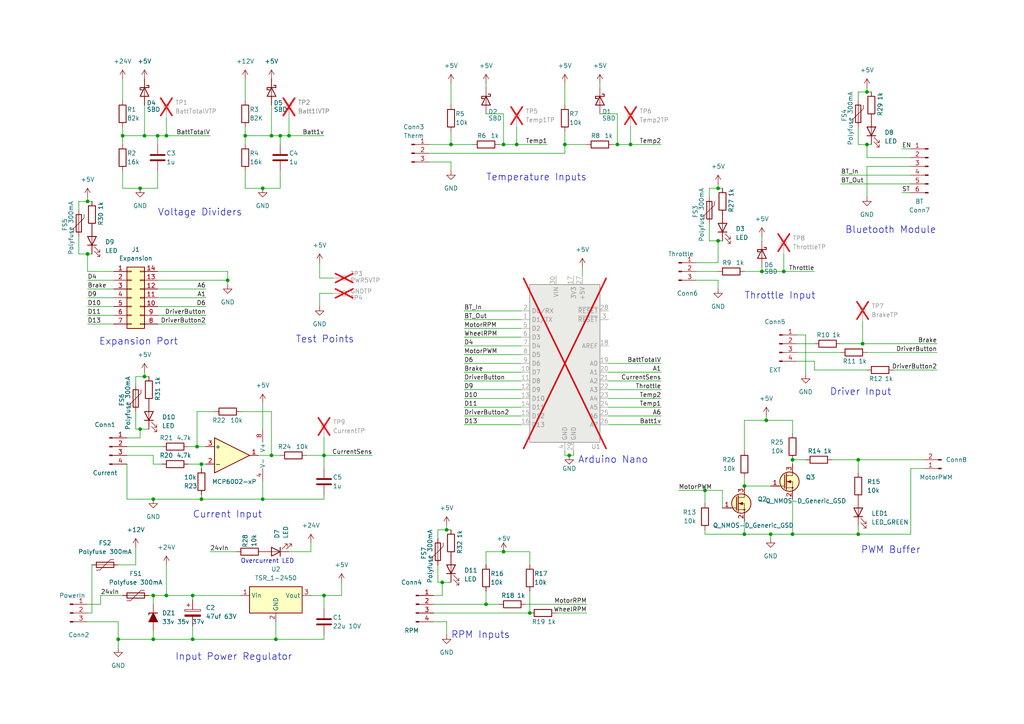
<source format=kicad_sch>
(kicad_sch (version 20231120) (generator "eeschema") (generator_version "8.0")
  (paper "A4")
  (title_block (title "eChook Nano") (date "2022-01-08") (rev "1.3.1") (company "eChook") (comment 1 "Conversion to KiCad from Designspark"))
  (junction (at 25.4 58.42))
  (junction (at 44.45 185.42))
  (junction (at 248.92 133.35))
  (junction (at 58.42 144.78))
  (junction (at 55.88 185.42))
  (junction (at 41.91 109.22))
  (junction (at 25.4 73.66))
  (junction (at 129.54 153.67))
  (junction (at 40.64 124.46))
  (junction (at 93.98 132.08))
  (junction (at 182.88 41.91))
  (junction (at 153.67 177.8))
  (junction (at 208.28 69.85))
  (junction (at 78.74 132.08))
  (junction (at 78.74 39.37))
  (junction (at 215.9 140.97))
  (junction (at 248.92 154.94))
  (junction (at 76.2 54.61))
  (junction (at 93.98 172.72))
  (junction (at 229.87 154.94))
  (junction (at 179.07 41.91))
  (junction (at 128.27 168.91))
  (junction (at 57.15 129.54))
  (junction (at 223.52 154.94))
  (junction (at 80.01 185.42))
  (junction (at 45.72 39.37))
  (junction (at 35.56 39.37))
  (junction (at 40.64 54.61))
  (junction (at 44.45 144.78))
  (junction (at 229.87 133.35))
  (junction (at 66.04 81.28))
  (junction (at 227.33 78.74))
  (junction (at 48.26 172.72))
  (junction (at 146.05 41.91))
  (junction (at 250.19 99.695))
  (junction (at 149.86 41.91))
  (junction (at 222.25 121.92))
  (junction (at 251.46 41.91))
  (junction (at 146.05 160.02))
  (junction (at 163.83 41.91))
  (junction (at 208.28 54.61))
  (junction (at 130.81 41.91))
  (junction (at 83.82 39.37))
  (junction (at 220.98 78.74))
  (junction (at 41.91 39.37))
  (junction (at 204.47 142.24))
  (junction (at 215.9 154.94))
  (junction (at 81.28 39.37))
  (junction (at 58.42 134.62))
  (junction (at 48.26 39.37))
  (junction (at 44.45 172.72))
  (junction (at 165.1 132.08))
  (junction (at 140.97 175.26))
  (junction (at 34.29 185.42))
  (junction (at 76.2 144.78))
  (junction (at 55.88 172.72))
  (junction (at 71.12 39.37))
  (junction (at 251.46 26.67))
  (wire (pts (xy 25.4 86.36) (xy 33.02 86.36)))
  (wire (pts (xy 76.2 139.7) (xy 76.2 144.78)))
  (wire (pts (xy 208.28 53.34) (xy 208.28 54.61)))
  (wire (pts (xy 43.18 172.72) (xy 44.45 172.72)))
  (wire (pts (xy 45.72 49.53) (xy 45.72 54.61)))
  (wire (pts (xy 208.28 69.85) (xy 209.55 69.85)))
  (wire (pts (xy 251.46 26.67) (xy 252.73 26.67)))
  (wire (pts (xy 93.98 144.78) (xy 76.2 144.78)))
  (wire (pts (xy 25.4 88.9) (xy 33.02 88.9)))
  (wire (pts (xy 83.82 39.37) (xy 93.98 39.37)))
  (wire (pts (xy 166.37 130.81) (xy 166.37 132.08)))
  (wire (pts (xy 39.37 111.76) (xy 39.37 109.22)))
  (wire (pts (xy 204.47 142.24) (xy 204.47 146.05)))
  (wire (pts (xy 208.28 81.28) (xy 208.28 83.82)))
  (wire (pts (xy 215.9 78.74) (xy 220.98 78.74)))
  (wire (pts (xy 45.72 78.74) (xy 66.04 78.74)))
  (wire (pts (xy 99.06 168.91) (xy 99.06 172.72)))
  (wire (pts (xy 233.68 97.155) (xy 233.68 108.585)))
  (wire (pts (xy 25.4 73.66) (xy 26.67 73.66)))
  (wire (pts (xy 76.2 124.46) (xy 76.2 116.84)))
  (wire (pts (xy 55.88 185.42) (xy 80.01 185.42)))
  (wire (pts (xy 229.87 121.92) (xy 222.25 121.92)))
  (wire (pts (xy 204.47 154.94) (xy 215.9 154.94)))
  (wire (pts (xy 39.37 124.46) (xy 40.64 124.46)))
  (wire (pts (xy 130.81 41.91) (xy 137.16 41.91)))
  (wire (pts (xy 134.62 105.41) (xy 151.13 105.41)))
  (wire (pts (xy 176.53 115.57) (xy 191.77 115.57)))
  (wire (pts (xy 39.37 119.38) (xy 39.37 124.46)))
  (wire (pts (xy 251.46 102.235) (xy 271.78 102.235)))
  (wire (pts (xy 25.4 83.82) (xy 33.02 83.82)))
  (wire (pts (xy 40.64 124.46) (xy 40.64 127)))
  (wire (pts (xy 248.92 41.91) (xy 251.46 41.91)))
  (wire (pts (xy 251.46 25.4) (xy 251.46 26.67)))
  (wire (pts (xy 45.72 54.61) (xy 40.64 54.61)))
  (wire (pts (xy 58.42 134.62) (xy 59.69 134.62)))
  (wire (pts (xy 134.62 120.65) (xy 151.13 120.65)))
  (wire (pts (xy 215.9 151.13) (xy 215.9 154.94)))
  (wire (pts (xy 35.56 49.53) (xy 35.56 54.61)))
  (wire (pts (xy 25.4 93.98) (xy 33.02 93.98)))
  (wire (pts (xy 144.78 41.91) (xy 146.05 41.91)))
  (wire (pts (xy 93.98 172.72) (xy 93.98 176.53)))
  (wire (pts (xy 241.3 133.35) (xy 248.92 133.35)))
  (wire (pts (xy 179.07 41.91) (xy 182.88 41.91)))
  (wire (pts (xy 220.98 68.58) (xy 220.98 69.85)))
  (wire (pts (xy 44.45 185.42) (xy 55.88 185.42)))
  (wire (pts (xy 54.61 134.62) (xy 58.42 134.62)))
  (wire (pts (xy 231.14 102.235) (xy 243.84 102.235)))
  (wire (pts (xy 177.8 41.91) (xy 179.07 41.91)))
  (wire (pts (xy 163.83 44.45) (xy 163.83 41.91)))
  (wire (pts (xy 229.87 125.73) (xy 229.87 121.92)))
  (wire (pts (xy 25.4 78.74) (xy 25.4 73.66)))
  (wire (pts (xy 215.9 140.97) (xy 223.52 140.97)))
  (wire (pts (xy 25.4 81.28) (xy 33.02 81.28)))
  (wire (pts (xy 71.12 39.37) (xy 78.74 39.37)))
  (wire (pts (xy 29.21 172.72) (xy 29.21 175.26)))
  (wire (pts (xy 248.92 152.4) (xy 248.92 154.94)))
  (wire (pts (xy 71.12 39.37) (xy 71.12 41.91)))
  (wire (pts (xy 176.53 105.41) (xy 191.77 105.41)))
  (wire (pts (xy 45.72 83.82) (xy 59.69 83.82)))
  (wire (pts (xy 264.16 135.89) (xy 264.16 154.94)))
  (wire (pts (xy 251.46 48.26) (xy 251.46 57.15)))
  (wire (pts (xy 134.62 118.11) (xy 151.13 118.11)))
  (wire (pts (xy 248.92 133.35) (xy 248.92 137.16)))
  (wire (pts (xy 231.14 99.695) (xy 236.22 99.695)))
  (wire (pts (xy 93.98 143.51) (xy 93.98 144.78)))
  (wire (pts (xy 78.74 39.37) (xy 81.28 39.37)))
  (wire (pts (xy 125.73 180.34) (xy 129.54 180.34)))
  (wire (pts (xy 55.88 172.72) (xy 55.88 173.99)))
  (wire (pts (xy 44.45 144.78) (xy 36.83 144.78)))
  (wire (pts (xy 57.15 119.38) (xy 57.15 129.54)))
  (wire (pts (xy 34.29 163.83) (xy 39.37 163.83)))
  (wire (pts (xy 208.28 69.85) (xy 208.28 76.2)))
  (wire (pts (xy 93.98 127) (xy 93.98 132.08)))
  (wire (pts (xy 45.72 91.44) (xy 59.69 91.44)))
  (wire (pts (xy 93.98 185.42) (xy 80.01 185.42)))
  (wire (pts (xy 176.53 113.03) (xy 191.77 113.03)))
  (wire (pts (xy 128.27 168.91) (xy 130.81 168.91)))
  (wire (pts (xy 140.97 24.13) (xy 140.97 25.4)))
  (wire (pts (xy 22.86 58.42) (xy 25.4 58.42)))
  (wire (pts (xy 45.72 81.28) (xy 66.04 81.28)))
  (wire (pts (xy 34.29 180.34) (xy 34.29 185.42)))
  (wire (pts (xy 62.23 119.38) (xy 57.15 119.38)))
  (wire (pts (xy 48.26 34.29) (xy 48.26 39.37)))
  (wire (pts (xy 130.81 24.13) (xy 130.81 30.48)))
  (wire (pts (xy 149.86 36.83) (xy 149.86 41.91)))
  (wire (pts (xy 128.27 172.72) (xy 125.73 172.72)))
  (wire (pts (xy 220.98 77.47) (xy 220.98 78.74)))
  (wire (pts (xy 41.91 107.95) (xy 41.91 109.22)))
  (wire (pts (xy 41.91 109.22) (xy 43.18 109.22)))
  (wire (pts (xy 76.2 54.61) (xy 81.28 54.61)))
  (wire (pts (xy 35.56 54.61) (xy 40.64 54.61)))
  (wire (pts (xy 44.45 134.62) (xy 44.45 132.08)))
  (wire (pts (xy 152.4 175.26) (xy 170.18 175.26)))
  (wire (pts (xy 134.62 113.03) (xy 151.13 113.03)))
  (wire (pts (xy 227.33 73.66) (xy 227.33 78.74)))
  (wire (pts (xy 176.53 120.65) (xy 191.77 120.65)))
  (wire (pts (xy 57.15 129.54) (xy 59.69 129.54)))
  (wire (pts (xy 134.62 92.71) (xy 151.13 92.71)))
  (wire (pts (xy 130.81 41.91) (xy 130.81 38.1)))
  (wire (pts (xy 45.72 39.37) (xy 48.26 39.37)))
  (wire (pts (xy 201.93 81.28) (xy 208.28 81.28)))
  (wire (pts (xy 78.74 132.08) (xy 81.28 132.08)))
  (wire (pts (xy 78.74 30.48) (xy 78.74 39.37)))
  (wire (pts (xy 153.67 163.83) (xy 153.67 160.02)))
  (wire (pts (xy 222.25 120.65) (xy 222.25 121.92)))
  (wire (pts (xy 229.87 133.35) (xy 233.68 133.35)))
  (wire (pts (xy 127 156.21) (xy 127 153.67)))
  (wire (pts (xy 146.05 160.02) (xy 140.97 160.02)))
  (wire (pts (xy 93.98 132.08) (xy 107.95 132.08)))
  (wire (pts (xy 45.72 88.9) (xy 59.69 88.9)))
  (wire (pts (xy 54.61 129.54) (xy 57.15 129.54)))
  (wire (pts (xy 259.08 107.315) (xy 271.78 107.315)))
  (wire (pts (xy 26.67 177.8) (xy 26.67 163.83)))
  (wire (pts (xy 124.46 44.45) (xy 163.83 44.45)))
  (wire (pts (xy 134.62 95.25) (xy 151.13 95.25)))
  (wire (pts (xy 223.52 154.94) (xy 223.52 156.21)))
  (wire (pts (xy 35.56 22.86) (xy 35.56 29.21)))
  (wire (pts (xy 248.92 154.94) (xy 229.87 154.94)))
  (wire (pts (xy 92.71 85.09) (xy 96.52 85.09)))
  (wire (pts (xy 134.62 107.95) (xy 151.13 107.95)))
  (wire (pts (xy 58.42 144.78) (xy 44.45 144.78)))
  (wire (pts (xy 45.72 93.98) (xy 59.69 93.98)))
  (wire (pts (xy 33.02 78.74) (xy 25.4 78.74)))
  (wire (pts (xy 163.83 41.91) (xy 163.83 38.1)))
  (wire (pts (xy 41.91 39.37) (xy 35.56 39.37)))
  (wire (pts (xy 83.82 160.02) (xy 90.17 160.02)))
  (wire (pts (xy 140.97 33.02) (xy 146.05 33.02)))
  (wire (pts (xy 264.16 43.18) (xy 261.62 43.18)))
  (wire (pts (xy 173.99 24.13) (xy 173.99 25.4)))
  (wire (pts (xy 36.83 144.78) (xy 36.83 134.62)))
  (wire (pts (xy 264.16 53.34) (xy 243.84 53.34)))
  (wire (pts (xy 201.93 78.74) (xy 208.28 78.74)))
  (wire (pts (xy 127 168.91) (xy 128.27 168.91)))
  (wire (pts (xy 248.92 154.94) (xy 264.16 154.94)))
  (wire (pts (xy 134.62 97.79) (xy 151.13 97.79)))
  (wire (pts (xy 125.73 175.26) (xy 140.97 175.26)))
  (wire (pts (xy 205.74 54.61) (xy 208.28 54.61)))
  (wire (pts (xy 182.88 41.91) (xy 191.77 41.91)))
  (wire (pts (xy 248.92 133.35) (xy 267.97 133.35)))
  (wire (pts (xy 22.86 68.58) (xy 22.86 73.66)))
  (wire (pts (xy 140.97 175.26) (xy 144.78 175.26)))
  (wire (pts (xy 248.92 26.67) (xy 251.46 26.67)))
  (wire (pts (xy 25.4 57.15) (xy 25.4 58.42)))
  (wire (pts (xy 39.37 163.83) (xy 39.37 158.75)))
  (wire (pts (xy 36.83 129.54) (xy 46.99 129.54)))
  (wire (pts (xy 34.29 185.42) (xy 44.45 185.42)))
  (wire (pts (xy 134.62 110.49) (xy 151.13 110.49)))
  (wire (pts (xy 229.87 144.78) (xy 229.87 154.94)))
  (wire (pts (xy 66.04 78.74) (xy 66.04 81.28)))
  (wire (pts (xy 176.53 107.95) (xy 191.77 107.95)))
  (wire (pts (xy 264.16 50.8) (xy 243.84 50.8)))
  (wire (pts (xy 45.72 41.91) (xy 45.72 39.37)))
  (wire (pts (xy 129.54 180.34) (xy 129.54 184.15)))
  (wire (pts (xy 153.67 160.02) (xy 146.05 160.02)))
  (wire (pts (xy 163.83 130.81) (xy 163.83 132.08)))
  (wire (pts (xy 25.4 180.34) (xy 34.29 180.34)))
  (wire (pts (xy 176.53 110.49) (xy 191.77 110.49)))
  (wire (pts (xy 179.07 33.02) (xy 179.07 41.91)))
  (wire (pts (xy 215.9 121.92) (xy 215.9 130.81)))
  (wire (pts (xy 204.47 142.24) (xy 209.55 142.24)))
  (wire (pts (xy 71.12 54.61) (xy 76.2 54.61)))
  (wire (pts (xy 25.4 58.42) (xy 26.67 58.42)))
  (wire (pts (xy 163.83 132.08) (xy 165.1 132.08)))
  (wire (pts (xy 173.99 33.02) (xy 179.07 33.02)))
  (wire (pts (xy 205.74 69.85) (xy 208.28 69.85)))
  (wire (pts (xy 205.74 57.15) (xy 205.74 54.61)))
  (wire (pts (xy 251.46 45.72) (xy 251.46 41.91)))
  (wire (pts (xy 267.97 135.89) (xy 264.16 135.89)))
  (wire (pts (xy 74.93 132.08) (xy 78.74 132.08)))
  (wire (pts (xy 163.83 41.91) (xy 170.18 41.91)))
  (wire (pts (xy 129.54 152.4) (xy 129.54 153.67)))
  (wire (pts (xy 140.97 163.83) (xy 140.97 160.02)))
  (wire (pts (xy 44.45 132.08) (xy 36.83 132.08)))
  (wire (pts (xy 243.84 99.695) (xy 250.19 99.695)))
  (wire (pts (xy 161.29 177.8) (xy 170.18 177.8)))
  (wire (pts (xy 163.83 24.13) (xy 163.83 30.48)))
  (wire (pts (xy 236.22 107.315) (xy 251.46 107.315)))
  (wire (pts (xy 220.98 78.74) (xy 227.33 78.74)))
  (wire (pts (xy 29.21 175.26) (xy 25.4 175.26)))
  (wire (pts (xy 149.86 41.91) (xy 158.75 41.91)))
  (wire (pts (xy 124.46 46.99) (xy 130.81 46.99)))
  (wire (pts (xy 60.96 160.02) (xy 68.58 160.02)))
  (wire (pts (xy 205.74 64.77) (xy 205.74 69.85)))
  (wire (pts (xy 81.28 39.37) (xy 83.82 39.37)))
  (wire (pts (xy 44.45 182.88) (xy 44.45 185.42)))
  (wire (pts (xy 58.42 134.62) (xy 58.42 135.89)))
  (wire (pts (xy 264.16 55.88) (xy 261.62 55.88)))
  (wire (pts (xy 168.91 77.47) (xy 168.91 80.01)))
  (wire (pts (xy 208.28 54.61) (xy 209.55 54.61)))
  (wire (pts (xy 248.92 29.21) (xy 248.92 26.67)))
  (wire (pts (xy 25.4 177.8) (xy 26.67 177.8)))
  (wire (pts (xy 251.46 41.91) (xy 252.73 41.91)))
  (wire (pts (xy 127 153.67) (xy 129.54 153.67)))
  (wire (pts (xy 93.98 135.89) (xy 93.98 132.08)))
  (wire (pts (xy 81.28 39.37) (xy 81.28 41.91)))
  (wire (pts (xy 48.26 172.72) (xy 48.26 163.83)))
  (wire (pts (xy 227.33 78.74) (xy 236.22 78.74)))
  (wire (pts (xy 231.14 97.155) (xy 233.68 97.155)))
  (wire (pts (xy 35.56 36.83) (xy 35.56 39.37)))
  (wire (pts (xy 81.28 49.53) (xy 81.28 54.61)))
  (wire (pts (xy 71.12 49.53) (xy 71.12 54.61)))
  (wire (pts (xy 215.9 138.43) (xy 215.9 140.97)))
  (wire (pts (xy 146.05 41.91) (xy 149.86 41.91)))
  (wire (pts (xy 92.71 80.645) (xy 92.71 76.2)))
  (wire (pts (xy 215.9 121.92) (xy 222.25 121.92)))
  (wire (pts (xy 125.73 177.8) (xy 153.67 177.8)))
  (wire (pts (xy 176.53 123.19) (xy 191.77 123.19)))
  (wire (pts (xy 39.37 109.22) (xy 41.91 109.22)))
  (wire (pts (xy 22.86 60.96) (xy 22.86 58.42)))
  (wire (pts (xy 134.62 102.87) (xy 151.13 102.87)))
  (wire (pts (xy 22.86 73.66) (xy 25.4 73.66)))
  (wire (pts (xy 41.91 30.48) (xy 41.91 39.37)))
  (wire (pts (xy 124.46 41.91) (xy 130.81 41.91)))
  (wire (pts (xy 76.2 144.78) (xy 58.42 144.78)))
  (wire (pts (xy 93.98 132.08) (xy 88.9 132.08)))
  (wire (pts (xy 36.83 127) (xy 40.64 127)))
  (wire (pts (xy 55.88 172.72) (xy 69.85 172.72)))
  (wire (pts (xy 182.88 36.83) (xy 182.88 41.91)))
  (wire (pts (xy 236.22 107.315) (xy 236.22 104.775)))
  (wire (pts (xy 40.64 124.46) (xy 43.18 124.46)))
  (wire (pts (xy 264.16 45.72) (xy 251.46 45.72)))
  (wire (pts (xy 250.19 99.695) (xy 250.19 93.345)))
  (wire (pts (xy 134.62 100.33) (xy 151.13 100.33)))
  (wire (pts (xy 134.62 90.17) (xy 151.13 90.17)))
  (wire (pts (xy 34.29 185.42) (xy 34.29 187.96)))
  (wire (pts (xy 140.97 171.45) (xy 140.97 175.26)))
  (wire (pts (xy 236.22 104.775) (xy 231.14 104.775)))
  (wire (pts (xy 127 163.83) (xy 127 168.91)))
  (wire (pts (xy 66.04 81.28) (xy 66.04 82.55)))
  (wire (pts (xy 93.98 172.72) (xy 99.06 172.72)))
  (wire (pts (xy 92.71 85.09) (xy 92.71 88.9)))
  (wire (pts (xy 25.4 91.44) (xy 33.02 91.44)))
  (wire (pts (xy 93.98 184.15) (xy 93.98 185.42)))
  (wire (pts (xy 55.88 181.61) (xy 55.88 185.42)))
  (wire (pts (xy 71.12 36.83) (xy 71.12 39.37)))
  (wire (pts (xy 83.82 34.29) (xy 83.82 39.37)))
  (wire (pts (xy 44.45 172.72) (xy 48.26 172.72)))
  (wire (pts (xy 78.74 119.38) (xy 78.74 132.08)))
  (wire (pts (xy 209.55 142.24) (xy 209.55 147.32)))
  (wire (pts (xy 96.52 80.645) (xy 92.71 80.645)))
  (wire (pts (xy 153.67 171.45) (xy 153.67 177.8)))
  (wire (pts (xy 35.56 39.37) (xy 35.56 41.91)))
  (wire (pts (xy 229.87 134.62) (xy 229.87 133.35)))
  (wire (pts (xy 46.99 134.62) (xy 44.45 134.62)))
  (wire (pts (xy 44.45 172.72) (xy 44.45 175.26)))
  (wire (pts (xy 45.72 39.37) (xy 41.91 39.37)))
  (wire (pts (xy 129.54 153.67) (xy 130.81 153.67)))
  (wire (pts (xy 264.16 48.26) (xy 251.46 48.26)))
  (wire (pts (xy 71.12 22.86) (xy 71.12 29.21)))
  (wire (pts (xy 248.92 36.83) (xy 248.92 41.91)))
  (wire (pts (xy 128.27 172.72) (xy 128.27 168.91)))
  (wire (pts (xy 45.72 86.36) (xy 59.69 86.36)))
  (wire (pts (xy 201.93 76.2) (xy 208.28 76.2)))
  (wire (pts (xy 90.17 172.72) (xy 93.98 172.72)))
  (wire (pts (xy 250.19 99.695) (xy 271.78 99.695)))
  (wire (pts (xy 134.62 115.57) (xy 151.13 115.57)))
  (wire (pts (xy 35.56 172.72) (xy 29.21 172.72)))
  (wire (pts (xy 146.05 33.02) (xy 146.05 41.91)))
  (wire (pts (xy 48.26 172.72) (xy 55.88 172.72)))
  (wire (pts (xy 215.9 154.94) (xy 223.52 154.94)))
  (wire (pts (xy 176.53 118.11) (xy 191.77 118.11)))
  (wire (pts (xy 223.52 154.94) (xy 229.87 154.94)))
  (wire (pts (xy 204.47 153.67) (xy 204.47 154.94)))
  (wire (pts (xy 90.17 157.48) (xy 90.17 160.02)))
  (wire (pts (xy 48.26 39.37) (xy 60.96 39.37)))
  (wire (pts (xy 134.62 123.19) (xy 151.13 123.19)))
  (wire (pts (xy 69.85 119.38) (xy 78.74 119.38)))
  (wire (pts (xy 196.85 142.24) (xy 204.47 142.24)))
  (wire (pts (xy 130.81 46.99) (xy 130.81 49.53)))
  (wire (pts (xy 80.01 180.34) (xy 80.01 185.42)))
  (wire (pts (xy 166.37 132.08) (xy 165.1 132.08)))
  (wire (pts (xy 58.42 143.51) (xy 58.42 144.78)))
  (text "Bluetooth Module" (at 245.11 67.945 0) (effects (font (size 2 2)) (justify left bottom)))
  (text "Driver Input" (at 240.665 114.935 0) (effects (font (size 2 2)) (justify left bottom)))
  (text "Input Power Regulator" (at 50.8 191.77 0) (effects (font (size 2 2)) (justify left bottom)))
  (text "Temperature Inputs" (at 140.97 52.705 0) (effects (font (size 2 2)) (justify left bottom)))
  (text "Expansion Port" (at 28.702 100.33 0) (effects (font (size 2 2)) (justify left bottom)))
  (text "Arduino Nano" (at 167.64 134.62 0) (effects (font (size 2 2)) (justify left bottom)))
  (text "Throttle Input" (at 215.9 86.995 0) (effects (font (size 2 2)) (justify left bottom)))
  (text "Voltage Dividers" (at 45.72 62.865 0) (effects (font (size 2 2)) (justify left bottom)))
  (text "PWM Buffer" (at 249.682 160.782 0) (effects (font (size 2 2)) (justify left bottom)))
  (text "Overcurrent LED" (at 85.344 163.576 0) (effects (font (size 1.27 1.27)) (justify right bottom)))
  (text "RPM Inputs" (at 130.81 185.42 0) (effects (font (size 2 2)) (justify left bottom)))
  (text "Test Points" (at 85.725 99.695 0) (effects (font (size 2 2)) (justify left bottom)))
  (text "Current Input" (at 55.88 150.495 0) (effects (font (size 2 2)) (justify left bottom)))
  (label "Brake" (at 271.78 99.695 180))
  (label "D11" (at 25.4 91.44 0))
  (label "ST" (at 261.62 55.88 0))
  (label "A1" (at 191.77 107.95 180))
  (label "A1" (at 59.69 86.36 180))
  (label "MotorPWM" (at 134.62 102.87 0))
  (label "Temp1" (at 191.77 118.11 180))
  (label "DriverButton2" (at 59.69 93.98 180))
  (label "Temp2" (at 191.77 41.91 180))
  (label "EN" (at 261.62 43.18 0))
  (label "DriverButton" (at 271.78 102.235 180))
  (label "Temp1" (at 158.75 41.91 180))
  (label "24vIn" (at 60.96 160.02 0))
  (label "D11" (at 134.62 118.11 0))
  (label "A6" (at 191.77 120.65 180))
  (label "BT_In" (at 134.62 90.17 0))
  (label "D4" (at 25.4 81.28 0))
  (label "D10" (at 134.62 115.57 0))
  (label "MotorRPM" (at 134.62 95.25 0))
  (label "WheelRPM" (at 134.62 97.79 0))
  (label "Throttle" (at 236.22 78.74 180))
  (label "Throttle" (at 191.77 113.03 180))
  (label "D4" (at 134.62 100.33 0))
  (label "BattTotalV" (at 191.77 105.41 180))
  (label "BT_Out" (at 243.8895 53.34 0))
  (label "D9" (at 25.4 86.36 0))
  (label "DriverButton" (at 134.62 110.49 0))
  (label "BattTotalV" (at 60.96 39.37 180))
  (label "CurrentSens" (at 107.95 132.08 180))
  (label "DriverButton2" (at 271.78 107.315 180))
  (label "WheelRPM" (at 170.18 177.8 180))
  (label "D9" (at 134.62 113.03 0))
  (label "Batt1v" (at 93.98 39.37 180))
  (label "Brake" (at 134.62 107.95 0))
  (label "D13" (at 25.4 93.98 0))
  (label "D6" (at 134.62 105.41 0))
  (label "Batt1v" (at 191.77 123.19 180))
  (label "DriverButton2" (at 134.62 120.65 0))
  (label "Brake" (at 25.4 83.82 0))
  (label "A6" (at 59.69 83.82 180))
  (label "Temp2" (at 191.77 115.57 180))
  (label "D13" (at 134.62 123.19 0))
  (label "24vIn" (at 29.21 172.72 0))
  (label "MotorRPM" (at 170.18 175.26 180))
  (label "D6" (at 59.69 88.9 180))
  (label "MotorPWM" (at 196.85 142.24 0))
  (label "D10" (at 25.4 88.9 0))
  (label "CurrentSens" (at 191.77 110.49 180))
  (label "BT_Out" (at 134.62 92.71 0))
  (label "DriverButton" (at 59.69 91.44 180))
  (label "BT_In" (at 243.8895 50.8 0))
  (symbol (lib_id "Device:R") (at 229.87 129.54 0) (mirror x) (unit 1)
    (property "Reference" "R25" (at 227.33 128.2699 0) (effects (justify right)))
    (property "Value" "10k" (at 227.33 130.8099 0) (effects (justify right)))
    (property "Footprint" "Resistor_SMD:R_0805_2012Metric" (effects (hide yes)))
    (property "Description" "Resistor" (effects (hide yes)))
    (property "LCSC" "C17414" (effects (hide yes)))
  )
  (symbol (lib_id "power:GND") (at 44.45 144.78 0) (unit 1)
    (property "Reference" "#PWR05" (effects (hide yes)))
    (property "Value" "GND" (at 44.45 149.86 0))
  )
  (symbol (lib_id "Device:LED") (at 130.81 165.1 90) (unit 1)
    (property "Reference" "D11" (at 134.62 165.4174 90) (effects (justify right)))
    (property "Value" "LED" (at 134.62 167.9574 90) (effects (justify right)))
    (property "Footprint" "LED_SMD:LED_0603_1608Metric" (effects (hide yes)))
    (property "LCSC" "C2286" (effects (hide yes)))
  )
  (symbol (lib_id "Connector:Conn_01x04_Male") (at 120.65 175.26 0) (unit 1)
    (property "Reference" "Conn4" (at 119.38 168.91 0))
    (property "Value" "RPM" (at 119.38 182.88 0))
    (property "Footprint" "user:Pluggable_Terminal_4_5.08mm" (effects (hide yes)))
    (property "LCSC" "C441206" (effects (hide yes)))
  )
  (symbol (lib_id "Device:R") (at 85.09 132.08 270) (unit 1)
    (property "Reference" "R24" (at 82.55 129.54 90))
    (property "Value" "10k" (at 87.63 129.54 90))
    (property "Footprint" "Resistor_SMD:R_0805_2012Metric" (effects (hide yes)))
    (property "LCSC" "C17414" (effects (hide yes)))
  )
  (symbol (lib_id "Device:R") (at 157.48 177.8 270) (unit 1)
    (property "Reference" "R19" (at 156.21 180.34 90))
    (property "Value" "1k" (at 160.02 180.34 90))
    (property "Footprint" "Resistor_SMD:R_0805_2012Metric" (effects (hide yes)))
    (property "LCSC" "C17513" (effects (hide yes)))
  )
  (symbol (lib_id "Device:R") (at 148.59 175.26 270) (unit 1)
    (property "Reference" "R18" (at 147.32 172.72 90))
    (property "Value" "1k" (at 151.13 172.72 90))
    (property "Footprint" "Resistor_SMD:R_0805_2012Metric" (effects (hide yes)))
    (property "LCSC" "C17513" (effects (hide yes)))
  )
  (symbol (lib_id "power:+5V") (at 140.97 24.13 0) (unit 1)
    (property "Reference" "#PWR029" (effects (hide yes)))
    (property "Value" "+5V" (at 140.97 19.05 0))
  )
  (symbol (lib_id "PCM_Transistor_MOSFET_AKL:Q_NMOS-D_Generic_GSD") (at 213.36 146.05 0) (unit 1)
    (property "Reference" "Q2" (at 219.71 144.7799 0) (effects (justify left)))
    (property "Value" "Q_NMOS-D_Generic_GSD" (at 206.756 152.4 0) (effects (justify left)))
    (property "Footprint" "PCM_Package_TO_SOT_SMD_AKL:SOT-23" (effects (hide yes)))
    (property "Datasheet" "https://www.lcsc.com/datasheet/lcsc_datasheet_1811101310_Shikues-BSS138_C112239.pdf" (effects (hide yes)))
    (property "Description" "N-MOSFET depletion mode transistor, generic symbol, Alternate KiCAD Library" (effects (hide yes)))
    (property "LCSC" "C112239" (effects (hide yes)))
  )
  (symbol (lib_id "Connector:Conn_01x04_Male") (at 226.06 99.695 0) (unit 1)
    (property "Reference" "Conn5" (at 224.79 93.345 0))
    (property "Value" "EXT" (at 224.79 107.315 0))
    (property "Footprint" "user:Pluggable_Terminal_4_5.08mm" (effects (hide yes)))
    (property "LCSC" "C441206" (effects (hide yes)))
  )
  (symbol (lib_id "power:GND") (at 66.04 82.55 0) (unit 1)
    (property "Reference" "#PWR08" (effects (hide yes)))
    (property "Value" "GND" (at 66.04 87.63 0))
  )
  (symbol (lib_id "power:GND") (at 208.28 83.82 0) (unit 1)
    (property "Reference" "#PWR023" (effects (hide yes)))
    (property "Value" "GND" (at 208.28 88.9 0))
  )
  (symbol (lib_id "power:+12V") (at 71.12 22.86 0) (unit 1)
    (property "Reference" "#PWR010" (effects (hide yes)))
    (property "Value" "+12V" (at 71.12 17.78 0))
  )
  (symbol (lib_id "Device:C") (at 93.98 180.34 0) (unit 1)
    (property "Reference" "C1" (at 96.52 179.07 0) (effects (justify left)))
    (property "Value" "22u 10V" (at 96.52 181.61 0) (effects (justify left)))
    (property "Footprint" "Capacitor_SMD:C_0805_2012Metric" (effects (hide yes)))
    (property "LCSC" "C45783" (effects (hide yes)))
  )
  (symbol (lib_id "power:GND") (at 165.1 132.08 0) (unit 1)
    (property "Reference" "#PWR0102" (effects (hide yes)))
    (property "Value" "GND" (at 165.1 135.89 0))
  )
  (symbol (lib_id "power:+5V") (at 78.74 22.86 0) (unit 1)
    (property "Reference" "#PWR031" (effects (hide yes)))
    (property "Value" "+5V" (at 78.74 17.78 0))
  )
  (symbol (lib_id "Device:C") (at 81.28 45.72 0) (unit 1)
    (property "Reference" "C4" (at 83.82 44.45 0) (effects (justify left)))
    (property "Value" "1u" (at 83.82 46.99 0) (effects (justify left)))
    (property "Footprint" "Capacitor_SMD:C_0805_2012Metric" (effects (hide yes)))
    (property "LCSC" "C28323" (effects (hide yes)))
  )
  (symbol (lib_id "Device:D_Schottky") (at 220.98 73.66 270) (unit 1)
    (property "Reference" "D6" (at 221.615 76.835 90) (effects (justify left)))
    (property "Value" "SBD" (at 221.615 78.74 90) (effects (justify left)))
    (property "Footprint" "Diode_SMD:D_SOD-523" (effects (hide yes)))
    (property "Datasheet" "https://datasheet.lcsc.com/lcsc/1811031710_onsemi-RB521S30T1G_C145179.pdf" (effects (hide yes)))
    (property "LCSC" "C145179" (effects (hide yes)))
    (property "MPN" "RB521S30T1G" (effects (hide yes)))
    (property "Manufacturer" "onsemi" (effects (hide yes)))
  )
  (symbol (lib_id "power:+5V") (at 208.28 53.34 0) (unit 1)
    (property "Reference" "#PWR021" (effects (hide yes)))
    (property "Value" "+5V" (at 208.28 48.26 0))
  )
  (symbol (lib_id "Connector:Conn_01x02_Male") (at 273.05 135.89 180) (unit 1)
    (property "Reference" "Conn8" (at 274.32 133.3499 0) (effects (justify right)))
    (property "Value" "MotorPWM" (at 266.7 138.43 0) (effects (justify right)))
    (property "Footprint" "user:Pluggable_Terminal_2_5.08mm" (effects (hide yes)))
    (property "LCSC" "C441204" (effects (hide yes)))
  )
  (symbol (lib_id "Device:LED") (at 80.01 160.02 180) (unit 1)
    (property "Reference" "D7" (at 80.3274 156.21 90) (effects (justify right)))
    (property "Value" "LED" (at 82.8674 156.21 90) (effects (justify right)))
    (property "Footprint" "LED_SMD:LED_0603_1608Metric" (effects (hide yes)))
    (property "LCSC" "C2286" (effects (hide yes)))
  )
  (symbol (lib_id "Connector:TestPoint") (at 48.26 34.29 0) (unit 1) (dnp yes)
    (property "Reference" "TP1" (at 50.8 29.7179 0) (effects (justify left)))
    (property "Value" "BattTotalVTP" (at 50.8 32.2579 0) (effects (justify left)))
    (property "Footprint" "TestPoint:TestPoint_Pad_D3.0mm" (effects (hide yes)))
  )
  (symbol (lib_id "Device:R") (at 130.81 157.48 180) (unit 1)
    (property "Reference" "R32" (at 133.35 158.75 90))
    (property "Value" "1k" (at 133.35 154.94 90))
    (property "Footprint" "Resistor_SMD:R_0805_2012Metric" (effects (hide yes)))
    (property "LCSC" "C17513" (effects (hide yes)))
  )
  (symbol (lib_id "Device:R") (at 163.83 34.29 0) (unit 1)
    (property "Reference" "R7" (at 165.1 33.02 0) (effects (justify left)))
    (property "Value" "10k" (at 165.1 35.56 0) (effects (justify left)))
    (property "Footprint" "Resistor_SMD:R_0805_2012Metric" (effects (hide yes)))
    (property "LCSC" "C17414" (effects (hide yes)))
  )
  (symbol (lib_id "power:GND") (at 130.81 49.53 0) (unit 1)
    (property "Reference" "#PWR016" (effects (hide yes)))
    (property "Value" "GND" (at 130.81 54.61 0))
  )
  (symbol (lib_id "power:+24V") (at 90.17 157.48 0) (unit 1)
    (property "Reference" "#PWR034" (effects (hide yes)))
    (property "Value" "+24V" (at 90.17 152.4 0))
  )
  (symbol (lib_id "Amplifier_Operational:MCP6002-xP") (at 78.74 132.08 0) (unit 3)
    (property "Reference" "U3" (effects (hide yes)))
    (property "Value" "MCP6002-xP" (effects (hide yes)))
    (property "Footprint" "Package_SO:SOIC-8_3.9x4.9mm_P1.27mm" (effects (hide yes)))
    (property "Datasheet" "http://ww1.microchip.com/downloads/en/DeviceDoc/21733j.pdf" (effects (hide yes)))
    (property "LCSC" "C7377" (effects (hide yes)))
  )
  (symbol (lib_id "Connector:Conn_01x03_Male") (at 20.32 177.8 0) (unit 1)
    (property "Reference" "Conn2" (at 22.86 184.15 0))
    (property "Value" "PowerIn" (at 20.955 172.72 0))
    (property "Footprint" "user:Pluggable_Terminal_3_3.81mm" (effects (hide yes)))
    (property "LCSC" "C8406" (effects (hide yes)))
  )
  (symbol (lib_id "Device:R") (at 140.97 167.64 180) (unit 1)
    (property "Reference" "R16" (at 142.24 166.37 0) (effects (justify right)))
    (property "Value" "10k" (at 142.24 168.91 0) (effects (justify right)))
    (property "Footprint" "Resistor_SMD:R_0805_2012Metric" (effects (hide yes)))
    (property "LCSC" "C17414" (effects (hide yes)))
  )
  (symbol (lib_id "Device:R") (at 240.03 99.695 90) (unit 1)
    (property "Reference" "R10" (at 238.76 97.155 90))
    (property "Value" "1k" (at 242.57 97.155 90))
    (property "Footprint" "Resistor_SMD:R_0805_2012Metric" (effects (hide yes)))
    (property "LCSC" "C17513" (effects (hide yes)))
  )
  (symbol (lib_id "Device:R") (at 71.12 45.72 0) (unit 1)
    (property "Reference" "R4" (at 72.39 44.45 0) (effects (justify left)))
    (property "Value" "16k" (at 72.39 46.99 0) (effects (justify left)))
    (property "Footprint" "Resistor_SMD:R_0805_2012Metric" (effects (hide yes)))
    (property "LCSC" "C17490" (effects (hide yes)))
  )
  (symbol (lib_id "Device:R") (at 26.67 62.23 180) (unit 1)
    (property "Reference" "R30" (at 29.21 63.5 90))
    (property "Value" "1k" (at 29.21 59.69 90))
    (property "Footprint" "Resistor_SMD:R_0805_2012Metric" (effects (hide yes)))
    (property "LCSC" "C17513" (effects (hide yes)))
  )
  (symbol (lib_id "Connector:Conn_01x06_Male") (at 269.24 48.26 0) (mirror y) (unit 1)
    (property "Reference" "Conn7" (at 266.7 60.96 0))
    (property "Value" "BT" (at 266.7 58.42 0))
    (property "Footprint" "Connector_PinHeader_2.54mm:PinHeader_1x06_P2.54mm_Vertical" (effects (hide yes)))
    (property "LCSC" "C5224026" (effects (hide yes)))
  )
  (symbol (lib_id "Device:R") (at 35.56 33.02 0) (unit 1)
    (property "Reference" "R1" (at 36.83 31.75 0) (effects (justify left)))
    (property "Value" "82k" (at 36.83 34.29 0) (effects (justify left)))
    (property "Footprint" "Resistor_SMD:R_0805_2012Metric" (effects (hide yes)))
    (property "LCSC" "C17840" (effects (hide yes)))
  )
  (symbol (lib_id "Device:Polyfuse") (at 205.74 60.96 0) (mirror x) (unit 1)
    (property "Reference" "FS3" (at 201.676 63.246 90) (effects (justify right)))
    (property "Value" "Polyfuse 300mA" (at 203.454 70.104 90) (effects (justify right)))
    (property "Footprint" "Fuse:Fuse_0603_1608Metric" (effects (hide yes)))
    (property "Datasheet" "https://www.lcsc.com/datasheet/lcsc_datasheet_2403041840_BHFUSE-BSMD0603-010-36V_C18377604.pdf" (effects (hide yes)))
    (property "LCSC" "C18377604" (effects (hide yes)))
  )
  (symbol (lib_id "power:+5V") (at 76.2 116.84 0) (unit 1)
    (property "Reference" "#PWR024" (effects (hide yes)))
    (property "Value" "+5V" (at 76.2 111.76 0))
  )
  (symbol (lib_id "Device:R") (at 153.67 167.64 180) (unit 1)
    (property "Reference" "R17" (at 154.94 166.37 0) (effects (justify right)))
    (property "Value" "10k" (at 154.94 168.91 0) (effects (justify right)))
    (property "Footprint" "Resistor_SMD:R_0805_2012Metric" (effects (hide yes)))
    (property "LCSC" "C17414" (effects (hide yes)))
  )
  (symbol (lib_id "Device:R") (at 248.92 140.97 180) (unit 1)
    (property "Reference" "R15" (at 251.46 139.6999 0) (effects (justify right)))
    (property "Value" "10k" (at 251.46 142.2399 0) (effects (justify right)))
    (property "Footprint" "Resistor_SMD:R_0805_2012Metric" (effects (hide yes)))
    (property "Description" "Resistor" (effects (hide yes)))
    (property "LCSC" "C17414" (effects (hide yes)))
  )
  (symbol (lib_id "Device:R") (at 173.99 41.91 90) (unit 1)
    (property "Reference" "R8" (at 172.72 39.37 90))
    (property "Value" "1k" (at 176.53 39.37 90))
    (property "Footprint" "Resistor_SMD:R_0805_2012Metric" (effects (hide yes)))
    (property "LCSC" "C17513" (effects (hide yes)))
  )
  (symbol (lib_id "Regulator_Switching:TSR_1-2450") (at 80.01 175.26 0) (unit 1)
    (property "Reference" "U2" (at 80.01 165.1 0))
    (property "Value" "TSR_1-2450" (at 80.01 167.64 0))
    (property "Footprint" "Converter_DCDC:Converter_DCDC_TRACO_TSR-1_THT" (effects (hide yes)))
    (property "Datasheet" "http://www.tracopower.com/products/tsr1.pdf" (effects (hide yes)))
    (property "LCSC" "C5369649" (effects (hide yes)))
  )
  (symbol (lib_id "power:GND") (at 76.2 54.61 0) (unit 1)
    (property "Reference" "#PWR011" (effects (hide yes)))
    (property "Value" "GND" (at 76.2 59.69 0))
  )
  (symbol (lib_id "PCM_Transistor_MOSFET_AKL:Q_NMOS-D_Generic_GSD") (at 227.33 139.7 0) (unit 1)
    (property "Reference" "Q3" (at 233.68 138.4299 0) (effects (justify left)))
    (property "Value" "Q_NMOS-D_Generic_GSD" (at 221.996 145.288 0) (effects (justify left)))
    (property "Footprint" "PCM_Package_TO_SOT_SMD_AKL:SOT-23" (effects (hide yes)))
    (property "Datasheet" "https://www.lcsc.com/datasheet/lcsc_datasheet_1811101310_Shikues-BSS138_C112239.pdf" (effects (hide yes)))
    (property "Description" "N-MOSFET depletion mode transistor, generic symbol, Alternate KiCAD Library" (effects (hide yes)))
    (property "LCSC" "C112239" (effects (hide yes)))
  )
  (symbol (lib_id "Amplifier_Operational:MCP6002-xP") (at 67.31 132.08 0) (unit 1)
    (property "Reference" "U3" (effects (hide yes)))
    (property "Value" "MCP6002-xP" (at 67.945 139.7 0))
    (property "Footprint" "Package_SO:SOIC-8_3.9x4.9mm_P1.27mm" (effects (hide yes)))
    (property "Datasheet" "http://ww1.microchip.com/downloads/en/DeviceDoc/21733j.pdf" (effects (hide yes)))
    (property "LCSC" "C7377" (effects (hide yes)))
  )
  (symbol (lib_id "Device:R") (at 71.12 33.02 0) (unit 1)
    (property "Reference" "R3" (at 72.39 31.75 0) (effects (justify left)))
    (property "Value" "82K" (at 72.39 34.29 0) (effects (justify left)))
    (property "Footprint" "Resistor_SMD:R_0805_2012Metric" (effects (hide yes)))
    (property "LCSC" "C17840" (effects (hide yes)))
  )
  (symbol (lib_id "Device:D_Schottky") (at 41.91 26.67 270) (unit 1)
    (property "Reference" "D4" (at 42.545 29.845 90) (effects (justify left)))
    (property "Value" "SBD" (at 42.545 31.75 90) (effects (justify left)))
    (property "Footprint" "Diode_SMD:D_SOD-523" (effects (hide yes)))
    (property "Datasheet" "https://datasheet.lcsc.com/lcsc/1811031710_onsemi-RB521S30T1G_C145179.pdf" (effects (hide yes)))
    (property "LCSC" "C145179" (effects (hide yes)))
    (property "MPN" "RB521S30T1G" (effects (hide yes)))
    (property "Manufacturer" "onsemi" (effects (hide yes)))
  )
  (symbol (lib_id "power:+5V") (at 220.98 68.58 0) (unit 1)
    (property "Reference" "#PWR033" (effects (hide yes)))
    (property "Value" "+5V" (at 220.98 63.5 0))
  )
  (symbol (lib_id "Device:Polyfuse") (at 248.92 33.02 0) (mirror x) (unit 1)
    (property "Reference" "FS4" (at 244.856 35.306 90) (effects (justify right)))
    (property "Value" "Polyfuse 300mA" (at 246.634 42.164 90) (effects (justify right)))
    (property "Footprint" "Fuse:Fuse_0603_1608Metric" (effects (hide yes)))
    (property "Datasheet" "https://www.lcsc.com/datasheet/lcsc_datasheet_2403041840_BHFUSE-BSMD0603-010-36V_C18377604.pdf" (effects (hide yes)))
    (property "LCSC" "C18377604" (effects (hide yes)))
  )
  (symbol (lib_id "Connector:TestPoint") (at 83.82 34.29 0) (unit 1) (dnp yes)
    (property "Reference" "TP2" (at 86.36 29.7179 0) (effects (justify left)))
    (property "Value" "Batt1lVTP" (at 86.36 32.2579 0) (effects (justify left)))
    (property "Footprint" "TestPoint:TestPoint_Pad_D3.0mm" (effects (hide yes)))
  )
  (symbol (lib_id "power:+5V") (at 92.71 76.2 0) (unit 1)
    (property "Reference" "#PWR012" (effects (hide yes)))
    (property "Value" "+5V" (at 92.71 71.12 0))
  )
  (symbol (lib_id "power:GND") (at 223.52 156.21 0) (unit 1)
    (property "Reference" "#PWR028" (effects (hide yes)))
    (property "Value" "GND" (at 223.52 161.29 0))
  )
  (symbol (lib_id "power:+5V") (at 41.91 107.95 0) (unit 1)
    (property "Reference" "#PWR04" (effects (hide yes)))
    (property "Value" "+5V" (at 41.91 102.87 0))
  )
  (symbol (lib_id "Device:R") (at 212.09 78.74 90) (unit 1)
    (property "Reference" "R9" (at 210.82 76.2 90))
    (property "Value" "1k" (at 214.63 76.2 90))
    (property "Footprint" "Resistor_SMD:R_0805_2012Metric" (effects (hide yes)))
    (property "LCSC" "C17513" (effects (hide yes)))
  )
  (symbol (lib_id "Connector:TestPoint") (at 227.33 73.66 0) (unit 1) (dnp yes)
    (property "Reference" "TP8" (at 229.87 69.0879 0) (effects (justify left)))
    (property "Value" "ThrottleTP" (at 229.87 71.6279 0) (effects (justify left)))
    (property "Footprint" "TestPoint:TestPoint_Pad_D3.0mm" (effects (hide yes)))
  )
  (symbol (lib_id "Device:R") (at 35.56 45.72 0) (unit 1)
    (property "Reference" "R2" (at 36.83 44.45 0) (effects (justify left)))
    (property "Value" "16k" (at 36.83 46.99 0) (effects (justify left)))
    (property "Footprint" "Resistor_SMD:R_0805_2012Metric" (effects (hide yes)))
    (property "LCSC" "C17490" (effects (hide yes)))
  )
  (symbol (lib_id "power:+5V") (at 146.05 160.02 0) (unit 1)
    (property "Reference" "#PWR017" (effects (hide yes)))
    (property "Value" "+5V" (at 146.05 156.21 0))
  )
  (symbol (lib_id "Connector:TestPoint") (at 96.52 85.09 270) (unit 1) (dnp yes)
    (property "Reference" "TP4" (at 101.6 86.36 90) (effects (justify left)))
    (property "Value" "GNDTP" (at 101.6 84.455 90) (effects (justify left)))
    (property "Footprint" "TestPoint:TestPoint_Pad_D3.0mm" (effects (hide yes)))
  )
  (symbol (lib_id "power:+24V") (at 35.56 22.86 0) (unit 1)
    (property "Reference" "#PWR02" (effects (hide yes)))
    (property "Value" "+24V" (at 35.56 17.78 0))
  )
  (symbol (lib_id "Device:C") (at 45.72 45.72 0) (unit 1)
    (property "Reference" "C3" (at 48.26 44.45 0) (effects (justify left)))
    (property "Value" "1u" (at 48.26 46.99 0) (effects (justify left)))
    (property "Footprint" "Capacitor_SMD:C_0805_2012Metric" (effects (hide yes)))
    (property "LCSC" "C28323" (effects (hide yes)))
  )
  (symbol (lib_id "Device:R") (at 209.55 58.42 180) (unit 1)
    (property "Reference" "R27" (at 212.09 59.69 90))
    (property "Value" "1k" (at 212.09 55.88 90))
    (property "Footprint" "Resistor_SMD:R_0805_2012Metric" (effects (hide yes)))
    (property "LCSC" "C17513" (effects (hide yes)))
  )
  (symbol (lib_id "power:+5V") (at 168.91 77.47 0) (unit 1)
    (property "Reference" "#PWR0101" (effects (hide yes)))
    (property "Value" "+5V" (at 168.91 72.39 0))
  )
  (symbol (lib_id "Connector:TestPoint") (at 149.86 36.83 0) (unit 1) (dnp yes)
    (property "Reference" "TP5" (at 152.4 32.2579 0) (effects (justify left)))
    (property "Value" "Temp1TP" (at 152.4 34.7979 0) (effects (justify left)))
    (property "Footprint" "TestPoint:TestPoint_Pad_D3.0mm" (effects (hide yes)))
  )
  (symbol (lib_id "Device:Polyfuse") (at 39.37 115.57 0) (mirror x) (unit 1)
    (property "Reference" "FS6" (at 35.306 117.856 90) (effects (justify right)))
    (property "Value" "Polyfuse 300mA" (at 37.084 124.714 90) (effects (justify right)))
    (property "Footprint" "Fuse:Fuse_0603_1608Metric" (effects (hide yes)))
    (property "Datasheet" "https://www.lcsc.com/datasheet/lcsc_datasheet_2403041840_BHFUSE-BSMD0603-010-36V_C18377604.pdf" (effects (hide yes)))
    (property "LCSC" "C18377604" (effects (hide yes)))
  )
  (symbol (lib_id "Device:R") (at 50.8 129.54 270) (unit 1)
    (property "Reference" "R21" (at 48.26 127 90))
    (property "Value" "4.7k" (at 53.34 127 90))
    (property "Footprint" "Resistor_SMD:R_0805_2012Metric" (effects (hide yes)))
    (property "LCSC" "C17673" (effects (hide yes)))
  )
  (symbol (lib_id "Device:R") (at 130.81 34.29 0) (unit 1)
    (property "Reference" "R5" (at 132.08 33.02 0) (effects (justify left)))
    (property "Value" "10k" (at 132.08 35.56 0) (effects (justify left)))
    (property "Footprint" "Resistor_SMD:R_0805_2012Metric" (effects (hide yes)))
    (property "LCSC" "C17414" (effects (hide yes)))
  )
  (symbol (lib_id "Device:R") (at 247.65 102.235 90) (unit 1)
    (property "Reference" "R11" (at 246.38 104.775 90))
    (property "Value" "1k" (at 250.19 104.775 90))
    (property "Footprint" "Resistor_SMD:R_0805_2012Metric" (effects (hide yes)))
    (property "LCSC" "C17513" (effects (hide yes)))
  )
  (symbol (lib_id "power:+5V") (at 173.99 24.13 0) (unit 1)
    (property "Reference" "#PWR030" (effects (hide yes)))
    (property "Value" "+5V" (at 173.99 19.05 0))
  )
  (symbol (lib_id "Device:R") (at 140.97 41.91 90) (unit 1)
    (property "Reference" "R6" (at 139.7 39.37 90))
    (property "Value" "1k" (at 143.51 39.37 90))
    (property "Footprint" "Resistor_SMD:R_0805_2012Metric" (effects (hide yes)))
    (property "LCSC" "C17513" (effects (hide yes)))
  )
  (symbol (lib_id "power:+5V") (at 130.81 24.13 0) (unit 1)
    (property "Reference" "#PWR015" (effects (hide yes)))
    (property "Value" "+5V" (at 130.81 19.05 0))
  )
  (symbol (lib_id "Device:D_Schottky") (at 78.74 26.67 270) (unit 1)
    (property "Reference" "D5" (at 79.375 29.845 90) (effects (justify left)))
    (property "Value" "SBD" (at 79.375 31.75 90) (effects (justify left)))
    (property "Footprint" "Diode_SMD:D_SOD-523" (effects (hide yes)))
    (property "Datasheet" "https://datasheet.lcsc.com/lcsc/1811031710_onsemi-RB521S30T1G_C145179.pdf" (effects (hide yes)))
    (property "LCSC" "C145179" (effects (hide yes)))
    (property "MPN" "RB521S30T1G" (effects (hide yes)))
    (property "Manufacturer" "onsemi" (effects (hide yes)))
  )
  (symbol (lib_id "Device:R") (at 255.27 107.315 90) (unit 1)
    (property "Reference" "R12" (at 254 109.855 90))
    (property "Value" "1k" (at 257.81 109.855 90))
    (property "Footprint" "Resistor_SMD:R_0805_2012Metric" (effects (hide yes)))
    (property "LCSC" "C17513" (effects (hide yes)))
  )
  (symbol (lib_id "Device:R") (at 66.04 119.38 270) (unit 1)
    (property "Reference" "R22" (at 63.5 121.92 90))
    (property "Value" "10k" (at 68.58 121.92 90))
    (property "Footprint" "Resistor_SMD:R_0805_2012Metric" (effects (hide yes)))
    (property "LCSC" "C17414" (effects (hide yes)))
  )
  (symbol (lib_id "power:+5V") (at 251.46 25.4 0) (unit 1)
    (property "Reference" "#PWR022" (effects (hide yes)))
    (property "Value" "+5V" (at 251.46 20.32 0))
  )
  (symbol (lib_id "Device:R") (at 204.47 149.86 0) (mirror y) (unit 1)
    (property "Reference" "R13" (at 201.93 148.5899 0) (effects (justify left)))
    (property "Value" "10k" (at 201.93 151.1299 0) (effects (justify left)))
    (property "Footprint" "Resistor_SMD:R_0805_2012Metric" (effects (hide yes)))
    (property "Description" "Resistor" (effects (hide yes)))
    (property "LCSC" "C17414" (effects (hide yes)))
  )
  (symbol (lib_id "power:GND") (at 92.71 88.9 0) (unit 1)
    (property "Reference" "#PWR013" (effects (hide yes)))
    (property "Value" "GND" (at 92.71 93.98 0))
  )
  (symbol (lib_id "Device:C") (at 93.98 139.7 0) (unit 1)
    (property "Reference" "C5" (at 96.52 138.43 0) (effects (justify left)))
    (property "Value" "1u" (at 96.52 140.97 0) (effects (justify left)))
    (property "Footprint" "Capacitor_SMD:C_0805_2012Metric" (effects (hide yes)))
    (property "LCSC" "C28323" (effects (hide yes)))
  )
  (symbol (lib_id "Device:R") (at 72.39 160.02 90) (mirror x) (unit 1)
    (property "Reference" "R28" (at 71.12 154.94 0) (effects (justify left)))
    (property "Value" "10k" (at 73.66 154.94 0) (effects (justify left)))
    (property "Footprint" "Resistor_SMD:R_0805_2012Metric" (effects (hide yes)))
    (property "LCSC" "C17414" (effects (hide yes)))
  )
  (symbol (lib_id "Device:D_Schottky") (at 173.99 29.21 270) (unit 1)
    (property "Reference" "D1" (at 174.625 32.385 90) (effects (justify left)))
    (property "Value" "SBD" (at 174.625 34.29 90) (effects (justify left)))
    (property "Footprint" "Diode_SMD:D_SOD-523" (effects (hide yes)))
    (property "Datasheet" "https://datasheet.lcsc.com/lcsc/1811031710_onsemi-RB521S30T1G_C145179.pdf" (effects (hide yes)))
    (property "LCSC" "C145179" (effects (hide yes)))
    (property "MPN" "RB521S30T1G" (effects (hide yes)))
    (property "Manufacturer" "onsemi" (effects (hide yes)))
  )
  (symbol (lib_id "power:GND") (at 40.64 54.61 0) (unit 1)
    (property "Reference" "#PWR03" (effects (hide yes)))
    (property "Value" "GND" (at 40.64 59.69 0))
  )
  (symbol (lib_id "Device:R") (at 252.73 30.48 180) (unit 1)
    (property "Reference" "R29" (at 255.27 31.75 90))
    (property "Value" "1k" (at 255.27 27.94 90))
    (property "Footprint" "Resistor_SMD:R_0805_2012Metric" (effects (hide yes)))
    (property "LCSC" "C17513" (effects (hide yes)))
  )
  (symbol (lib_id "Device:LED") (at 209.55 66.04 90) (unit 1)
    (property "Reference" "D3" (at 213.36 66.3574 90) (effects (justify right)))
    (property "Value" "LED" (at 213.36 68.8974 90) (effects (justify right)))
    (property "Footprint" "LED_SMD:LED_0603_1608Metric" (effects (hide yes)))
    (property "LCSC" "C2286" (effects (hide yes)))
  )
  (symbol (lib_id "Connector:Conn_01x03_Male") (at 119.38 44.45 0) (unit 1)
    (property "Reference" "Conn3" (at 120.015 36.83 0))
    (property "Value" "Therm" (at 120.015 39.37 0))
    (property "Footprint" "user:Pluggable_Terminal_3_5.08mm" (effects (hide yes)))
    (property "LCSC" "C441205" (effects (hide yes)))
  )
  (symbol (lib_id "Device:LED") (at 43.18 120.65 90) (unit 1)
    (property "Reference" "D10" (at 46.99 120.9674 90) (effects (justify right)))
    (property "Value" "LED" (at 46.99 123.5074 90) (effects (justify right)))
    (property "Footprint" "LED_SMD:LED_0603_1608Metric" (effects (hide yes)))
    (property "LCSC" "C2286" (effects (hide yes)))
  )
  (symbol (lib_id "power:GND") (at 129.54 184.15 0) (unit 1)
    (property "Reference" "#PWR018" (effects (hide yes)))
    (property "Value" "GND" (at 129.54 189.23 0))
  )
  (symbol (lib_id "Connector:Conn_01x03_Male") (at 196.85 78.74 0) (unit 1)
    (property "Reference" "Conn6" (at 199.39 85.09 0))
    (property "Value" "Throttle" (at 197.485 73.66 0))
    (property "Footprint" "user:Pluggable_Terminal_3_5.08mm" (effects (hide yes)))
    (property "LCSC" "C441205" (effects (hide yes)))
  )
  (symbol (lib_id "Connector:TestPoint") (at 250.19 93.345 0) (unit 1) (dnp yes)
    (property "Reference" "TP7" (at 252.73 88.7729 0) (effects (justify left)))
    (property "Value" "BrakeTP" (at 252.73 91.3129 0) (effects (justify left)))
    (property "Footprint" "TestPoint:TestPoint_Pad_D3.0mm" (effects (hide yes)))
  )
  (symbol (lib_id "Connector:TestPoint") (at 182.88 36.83 0) (unit 1) (dnp yes)
    (property "Reference" "TP6" (at 185.42 32.2579 0) (effects (justify left)))
    (property "Value" "Temp2TP" (at 185.42 34.7979 0) (effects (justify left)))
    (property "Footprint" "TestPoint:TestPoint_Pad_D3.0mm" (effects (hide yes)))
  )
  (symbol (lib_id "Connector:Conn_01x04_Male") (at 31.75 129.54 0) (unit 1)
    (property "Reference" "Conn1" (at 30.48 123.19 0))
    (property "Value" "Current" (at 30.48 137.16 0))
    (property "Footprint" "user:Pluggable_Terminal_4_5.08mm" (effects (hide yes)))
    (property "LCSC" "C441206" (effects (hide yes)))
  )
  (symbol (lib_id "Device:D_Schottky") (at 140.97 29.21 270) (unit 1)
    (property "Reference" "D2" (at 141.605 32.385 90) (effects (justify left)))
    (property "Value" "SBD" (at 141.605 34.29 90) (effects (justify left)))
    (property "Footprint" "Diode_SMD:D_SOD-523" (effects (hide yes)))
    (property "Datasheet" "https://datasheet.lcsc.com/lcsc/1811031710_onsemi-RB521S30T1G_C145179.pdf" (effects (hide yes)))
    (property "LCSC" "C145179" (effects (hide yes)))
    (property "MPN" "RB521S30T1G" (effects (hide yes)))
    (property "Manufacturer" "onsemi" (effects (hide yes)))
  )
  (symbol (lib_id "Device:Polyfuse") (at 22.86 64.77 0) (mirror x) (unit 1)
    (property "Reference" "FS5" (at 18.796 67.056 90) (effects (justify right)))
    (property "Value" "Polyfuse 300mA" (at 20.574 73.914 90) (effects (justify right)))
    (property "Footprint" "Fuse:Fuse_0603_1608Metric" (effects (hide yes)))
    (property "Datasheet" "https://www.lcsc.com/datasheet/lcsc_datasheet_2403041840_BHFUSE-BSMD0603-010-36V_C18377604.pdf" (effects (hide yes)))
    (property "LCSC" "C18377604" (effects (hide yes)))
  )
  (symbol (lib_id "Connector:TestPoint") (at 93.98 127 0) (unit 1) (dnp yes)
    (property "Reference" "TP9" (at 96.52 122.4279 0) (effects (justify left)))
    (property "Value" "CurrentTP" (at 96.52 124.9679 0) (effects (justify left)))
    (property "Footprint" "TestPoint:TestPoint_Pad_D3.0mm" (effects (hide yes)))
  )
  (symbol (lib_id "Device:Polyfuse") (at 127 160.02 0) (mirror x) (unit 1)
    (property "Reference" "FS7" (at 122.936 162.306 90) (effects (justify right)))
    (property "Value" "Polyfuse 300mA" (at 124.714 169.164 90) (effects (justify right)))
    (property "Footprint" "Fuse:Fuse_0603_1608Metric" (effects (hide yes)))
    (property "Datasheet" "https://www.lcsc.com/datasheet/lcsc_datasheet_2403041840_BHFUSE-BSMD0603-010-36V_C18377604.pdf" (effects (hide yes)))
    (property "LCSC" "C18377604" (effects (hide yes)))
  )
  (symbol (lib_id "Device:Polyfuse") (at 39.37 172.72 90) (unit 1)
    (property "Reference" "FS1" (at 39.37 166.37 90))
    (property "Value" "Polyfuse 300mA" (at 39.37 168.91 90))
    (property "Footprint" "Fuse:Fuse_0603_1608Metric" (effects (hide yes)))
    (property "Datasheet" "https://www.lcsc.com/datasheet/lcsc_datasheet_2403041840_BHFUSE-BSMD0603-010-36V_C18377604.pdf" (effects (hide yes)))
    (property "LCSC" "C18377604" (effects (hide yes)))
  )
  (symbol (lib_id "Device:R") (at 215.9 134.62 0) (mirror y) (unit 1)
    (property "Reference" "R26" (at 213.36 133.3499 0) (effects (justify left)))
    (property "Value" "10k" (at 213.36 135.8899 0) (effects (justify left)))
    (property "Footprint" "Resistor_SMD:R_0805_2012Metric" (effects (hide yes)))
    (property "Description" "Resistor" (effects (hide yes)))
    (property "LCSC" "C17414" (effects (hide yes)))
  )
  (symbol (lib_id "Device:R") (at 237.49 133.35 270) (unit 1)
    (property "Reference" "R14" (at 236.22 130.81 90))
    (property "Value" "1k" (at 240.03 130.81 90))
    (property "Footprint" "Resistor_SMD:R_0805_2012Metric" (effects (hide yes)))
    (property "LCSC" "C17513" (effects (hide yes)))
  )
  (symbol (lib_id "power:+5V") (at 163.83 24.13 0) (unit 1)
    (property "Reference" "#PWR019" (effects (hide yes)))
    (property "Value" "+5V" (at 163.83 19.05 0))
  )
  (symbol (lib_id "power:GND") (at 233.68 108.585 0) (unit 1)
    (property "Reference" "#PWR020" (effects (hide yes)))
    (property "Value" "GND" (at 233.68 113.665 0))
  )
  (symbol (lib_id "Connector:TestPoint") (at 96.52 80.645 270) (unit 1) (dnp yes)
    (property "Reference" "TP3" (at 101.6 79.375 90) (effects (justify left)))
    (property "Value" "PWR5VTP" (at 101.6 81.28 90) (effects (justify left)))
    (property "Footprint" "TestPoint:TestPoint_Pad_D3.0mm" (effects (hide yes)))
  )
  (symbol (lib_id "Device:LED") (at 26.67 69.85 90) (unit 1)
    (property "Reference" "D9" (at 30.48 70.1674 90) (effects (justify right)))
    (property "Value" "LED" (at 30.48 72.7074 90) (effects (justify right)))
    (property "Footprint" "LED_SMD:LED_0603_1608Metric" (effects (hide yes)))
    (property "LCSC" "C2286" (effects (hide yes)))
  )
  (symbol (lib_id "Device:LED") (at 252.73 38.1 90) (unit 1)
    (property "Reference" "D8" (at 256.54 38.4174 90) (effects (justify right)))
    (property "Value" "LED" (at 256.54 40.9574 90) (effects (justify right)))
    (property "Footprint" "LED_SMD:LED_0603_1608Metric" (effects (hide yes)))
    (property "LCSC" "C2286" (effects (hide yes)))
  )
  (symbol (lib_id "Device:LED") (at 248.92 148.59 90) (unit 1)
    (property "Reference" "LED1" (at 252.73 148.9074 90) (effects (justify right)))
    (property "Value" "LED_GREEN" (at 252.73 151.4474 90) (effects (justify right)))
    (property "Footprint" "LED_SMD:LED_0805_2012Metric" (effects (hide yes)))
    (property "LCSC" "C2297" (effects (hide yes)))
    (property "MPN" " KT-0805G" (effects (hide yes)))
    (property "Manufacturer" " Hubei KENTO Elec" (effects (hide yes)))
  )
  (symbol (lib_id "PCM_Diode_Zener_AKL:D_Zener_Generic") (at 44.45 179.07 90) (unit 1)
    (property "Reference" "DZ1" (at 46.99 177.7999 90) (effects (justify right)))
    (property "Value" "33v 35v 37v" (at 46.99 180.3399 90) (effects (justify right)))
    (property "Footprint" "Diode_SMD:D_SMB" (effects (hide yes)))
    (property "Datasheet" "https://www.lcsc.com/datasheet/lcsc_datasheet_2110220930_ROHM-Semicon-PTZTE2533B_C2909283.pdf" (effects (hide yes)))
    (property "Description" "Zener diode, generic symbol, Alternate KiCAD Library" (effects (hide yes)))
    (property "LCSC" "C2909283" (effects (hide yes)))
    (property "MPN" "PTZTE2533B" (effects (hide yes)))
    (property "Manufacturer" "ROHM Semi" (effects (hide yes)))
  )
  (symbol (lib_id "power:+12V") (at 39.37 158.75 0) (unit 1)
    (property "Reference" "#PWR06" (effects (hide yes)))
    (property "Value" "+12V" (at 39.37 153.67 0))
  )
  (symbol (lib_id "power:+24V") (at 48.26 163.83 0) (unit 1)
    (property "Reference" "#PWR09" (effects (hide yes)))
    (property "Value" "+24V" (at 48.26 158.75 0))
  )
  (symbol (lib_id "Device:Polyfuse") (at 30.48 163.83 90) (unit 1)
    (property "Reference" "FS2" (at 30.48 157.48 90))
    (property "Value" "Polyfuse 300mA" (at 30.48 160.02 90))
    (property "Footprint" "Fuse:Fuse_0603_1608Metric" (effects (hide yes)))
    (property "Datasheet" "https://www.lcsc.com/datasheet/lcsc_datasheet_2403041840_BHFUSE-BSMD0603-010-36V_C18377604.pdf" (effects (hide yes)))
    (property "LCSC" "C18377604" (effects (hide yes)))
  )
  (symbol (lib_id "power:+5V") (at 99.06 168.91 0) (unit 1)
    (property "Reference" "#PWR014" (effects (hide yes)))
    (property "Value" "+5V" (at 99.06 163.83 0))
  )
  (symbol (lib_id "power:GND") (at 34.29 187.96 0) (unit 1)
    (property "Reference" "#PWR07" (effects (hide yes)))
    (property "Value" "GND" (at 34.29 193.04 0))
  )
  (symbol (lib_id "power:+5V") (at 25.4 57.15 0) (unit 1)
    (property "Reference" "#PWR01" (effects (hide yes)))
    (property "Value" "+5V" (at 25.4 52.07 0))
  )
  (symbol (lib_id "power:+5V") (at 129.54 152.4 0) (unit 1)
    (property "Reference" "#PWR026" (effects (hide yes)))
    (property "Value" "+5V" (at 129.54 147.32 0))
  )
  (symbol (lib_id "Device:R") (at 43.18 113.03 180) (unit 1)
    (property "Reference" "R31" (at 45.72 114.3 90))
    (property "Value" "1k" (at 45.72 110.49 90))
    (property "Footprint" "Resistor_SMD:R_0805_2012Metric" (effects (hide yes)))
    (property "LCSC" "C17513" (effects (hide yes)))
  )
  (symbol (lib_id "MCU_Module:Arduino_Nano_v3.x") (at 163.83 105.41 0) (unit 1) (dnp yes)
    (property "Reference" "U1" (at 171.45 129.54 0) (effects (justify left)))
    (property "Value" "Arduino_Nano_v3.x" (effects (hide yes)))
    (property "Footprint" "Module:Arduino_Nano" (effects (hide yes)))
    (property "Datasheet" "http://www.mouser.com/pdfdocs/Gravitech_Arduino_Nano3_0.pdf" (effects (hide yes)))
  )
  (symbol (lib_id "power:+5V") (at 222.25 120.65 0) (unit 1)
    (property "Reference" "#PWR027" (effects (hide yes)))
    (property "Value" "+5V" (at 222.25 115.57 0))
  )
  (symbol (lib_id "Device:C_Polarized") (at 55.88 177.8 0) (unit 1)
    (property "Reference" "C2" (at 59.69 176.276 0) (effects (justify left)))
    (property "Value" "47uf 63V" (at 59.69 178.816 0) (effects (justify left)))
    (property "Footprint" "Capacitor_SMD:CP_Elec_10x10" (effects (hide yes)))
    (property "LCSC" "C336424" (effects (hide yes)))
    (property "MPN" "EEEHA1J470P" (effects (hide yes)))
    (property "Manufacturer" " PANASONIC" (effects (hide yes)))
  )
  (symbol (lib_id "Device:R") (at 50.8 134.62 270) (unit 1)
    (property "Reference" "R20" (at 48.26 132.08 90))
    (property "Value" "4.7k" (at 53.34 132.08 90))
    (property "Footprint" "Resistor_SMD:R_0805_2012Metric" (effects (hide yes)))
    (property "LCSC" "C17673" (effects (hide yes)))
  )
  (symbol (lib_id "Device:R") (at 58.42 139.7 0) (mirror x) (unit 1)
    (property "Reference" "R23" (at 53.34 140.97 0) (effects (justify left)))
    (property "Value" "10k" (at 53.34 138.43 0) (effects (justify left)))
    (property "Footprint" "Resistor_SMD:R_0805_2012Metric" (effects (hide yes)))
    (property "LCSC" "C17414" (effects (hide yes)))
  )
  (symbol (lib_id "power:GND") (at 251.46 57.15 0) (mirror y) (unit 1)
    (property "Reference" "#PWR025" (effects (hide yes)))
    (property "Value" "GND" (at 251.46 62.23 0))
  )
  (symbol (lib_id "power:+5V") (at 41.91 22.86 0) (unit 1)
    (property "Reference" "#PWR032" (effects (hide yes)))
    (property "Value" "+5V" (at 41.91 17.78 0))
  )
  (symbol (lib_id "Connector_Generic:Conn_02x07_Counter_Clockwise") (at 38.1 86.36 0) (unit 1)
    (property "Reference" "J1" (at 39.37 72.39 0))
    (property "Value" "Expansion" (at 39.37 74.93 0))
    (property "Footprint" "Connector_PinHeader_2.54mm:PinHeader_2x07_P2.54mm_Vertical" (effects (hide yes)))
    (property "LCSC" "C2685212" (effects (hide yes)))
  )
)
</source>
